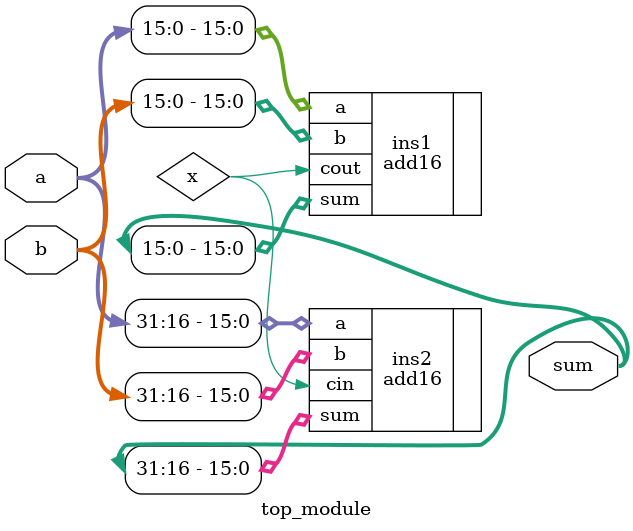
<source format=v>
module top_module(
    input [31:0] a,
    input [31:0] b,
    output [31:0] sum
);
    wire x;
    add16 ins1(.a(a[15:0]), .b(b[15:0]), .sum(sum[15:0]), .cout(x));
    add16 ins2(.a(a[31:16]), .b(b[31:16]), .sum(sum[31:16]), .cin(x));

endmodule

</source>
